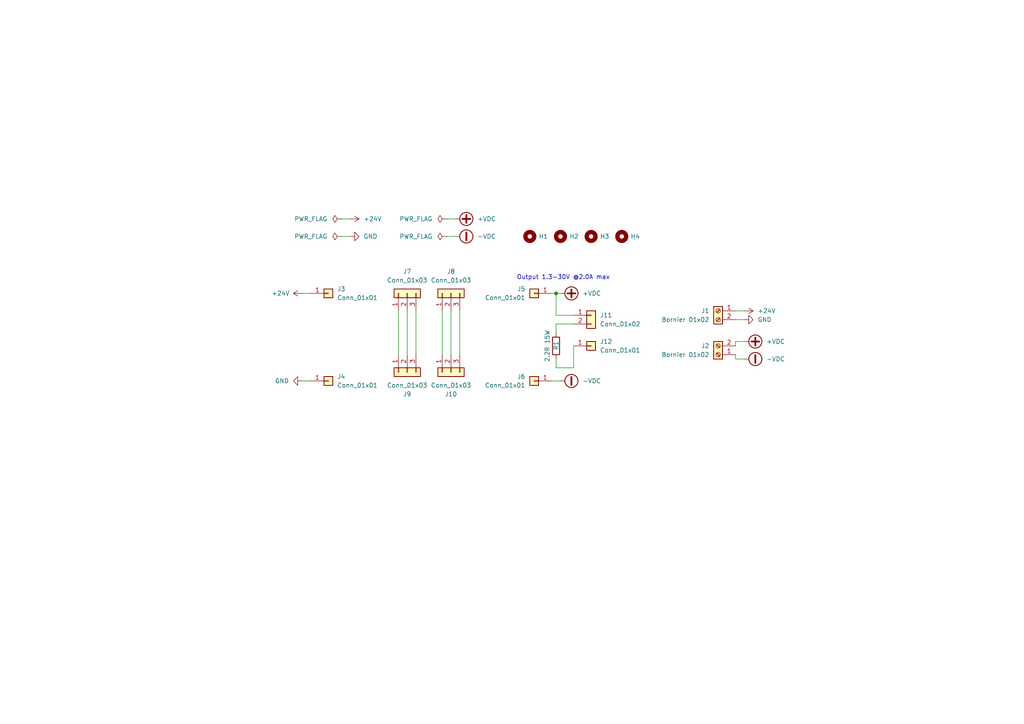
<source format=kicad_sch>
(kicad_sch (version 20211123) (generator eeschema)
  (paper "A4")
  (lib_symbols
    (symbol "Connector:Screw_Terminal_01x02" (pin_names (offset 1.016) hide)
      (property "Reference" "J" (at 0 2.54 0))
      (property "Value" "Screw_Terminal_01x02" (at 0 -5.08 0))
      (symbol "Screw_Terminal_01x02_1_1"
        (rectangle (start -1.27 1.27) (end 1.27 -3.81) (stroke (width 0.254)) (fill (type background)))
        (circle (center 0 -2.54) (radius 0.635) (stroke (width 0.1524)))
        (polyline (pts (xy -0.5334 -2.2098) (xy 0.3302 -3.048)) (stroke (width 0.1524)))
        (polyline (pts (xy -0.5334 0.3302) (xy 0.3302 -0.508)) (stroke (width 0.1524)))
        (polyline (pts (xy -0.3556 -2.032) (xy 0.508 -2.8702)) (stroke (width 0.1524)))
        (polyline (pts (xy -0.3556 0.508) (xy 0.508 -0.3302)) (stroke (width 0.1524)))
        (circle (center 0 0) (radius 0.635) (stroke (width 0.1524)))
        (pin passive line (at -5.08 0 0) (length 3.81) (name "Pin_1") (number "1"))
        (pin passive line (at -5.08 -2.54 0) (length 3.81) (name "Pin_2") (number "2"))
      )
    )
    (symbol "Connector_Generic:Conn_01x01" (pin_names (offset 1.016) hide)
      (property "Reference" "J" (at 0 2.54 0))
      (property "Value" "Conn_01x01" (at 0 -2.54 0))
      (symbol "Conn_01x01_1_1"
        (rectangle (start -1.27 0.127) (end 0 -0.127) (stroke (width 0.1524)))
        (rectangle (start -1.27 1.27) (end 1.27 -1.27) (stroke (width 0.254)) (fill (type background)))
        (pin passive line (at -5.08 0 0) (length 3.81) (name "Pin_1") (number "1"))
      )
    )
    (symbol "Connector_Generic:Conn_01x02" (pin_names (offset 1.016) hide)
      (property "Reference" "J" (at 0 2.54 0))
      (property "Value" "Conn_01x02" (at 0 -5.08 0))
      (symbol "Conn_01x02_1_1"
        (rectangle (start -1.27 -2.413) (end 0 -2.667) (stroke (width 0.1524)))
        (rectangle (start -1.27 0.127) (end 0 -0.127) (stroke (width 0.1524)))
        (rectangle (start -1.27 1.27) (end 1.27 -3.81) (stroke (width 0.254)) (fill (type background)))
        (pin passive line (at -5.08 0 0) (length 3.81) (name "Pin_1") (number "1"))
        (pin passive line (at -5.08 -2.54 0) (length 3.81) (name "Pin_2") (number "2"))
      )
    )
    (symbol "Connector_Generic:Conn_01x03" (pin_names (offset 1.016) hide)
      (property "Reference" "J" (at 0 5.08 0))
      (property "Value" "Conn_01x03" (at 0 -5.08 0))
      (symbol "Conn_01x03_1_1"
        (rectangle (start -1.27 -2.413) (end 0 -2.667) (stroke (width 0.1524)))
        (rectangle (start -1.27 0.127) (end 0 -0.127) (stroke (width 0.1524)))
        (rectangle (start -1.27 2.667) (end 0 2.413) (stroke (width 0.1524)))
        (rectangle (start -1.27 3.81) (end 1.27 -3.81) (stroke (width 0.254)) (fill (type background)))
        (pin passive line (at -5.08 2.54 0) (length 3.81) (name "Pin_1") (number "1"))
        (pin passive line (at -5.08 0 0) (length 3.81) (name "Pin_2") (number "2"))
        (pin passive line (at -5.08 -2.54 0) (length 3.81) (name "Pin_3") (number "3"))
      )
    )
    (symbol "Device:R" (pin_numbers hide) (pin_names (offset 0))
      (property "Reference" "R" (at 2.032 0 90))
      (property "Value" "R" (at 0 0 90))
      (symbol "R_0_1"
        (rectangle (start -1.016 -2.54) (end 1.016 2.54) (stroke (width 0.254)))
      )
      (symbol "R_1_1"
        (pin passive line (at 0 3.81 270) (length 1.27) (name "~") (number "1"))
        (pin passive line (at 0 -3.81 90) (length 1.27) (name "~") (number "2"))
      )
    )
    (symbol "Mechanical:MountingHole" (pin_names (offset 1.016))
      (property "Reference" "H" (at 0 5.08 0))
      (property "Value" "MountingHole" (at 0 3.175 0))
      (symbol "MountingHole_0_1"
        (circle (center 0 0) (radius 1.27) (stroke (width 1.27)))
      )
    )
    (symbol "power:+24V" (power) (pin_names (offset 0))
      (property "Value" "+24V" (at 0 3.556 0))
      (symbol "+24V_0_1"
        (polyline (pts (xy -0.762 1.27) (xy 0 2.54)))
        (polyline (pts (xy 0 0) (xy 0 2.54)))
        (polyline (pts (xy 0 2.54) (xy 0.762 1.27)))
      )
      (symbol "+24V_1_1"
        (pin power_in line (at 0 0 90) (length 0) hide (name "+24V") (number "1"))
      )
    )
    (symbol "power:+VDC" (power) (pin_names (offset 0))
      (property "Value" "+VDC" (at 0 6.35 0))
      (symbol "+VDC_0_1"
        (polyline (pts (xy -1.143 3.175) (xy 1.143 3.175)) (stroke (width 0.508)))
        (polyline (pts (xy 0 0) (xy 0 1.27)))
        (polyline (pts (xy 0 2.032) (xy 0 4.318)) (stroke (width 0.508)))
        (circle (center 0 3.175) (radius 1.905) (stroke (width 0.254)))
      )
      (symbol "+VDC_1_1"
        (pin power_in line (at 0 0 90) (length 0) hide (name "+VDC") (number "1"))
      )
    )
    (symbol "power:-VDC" (power) (pin_names (offset 0))
      (property "Value" "-VDC" (at 0 6.35 0))
      (symbol "-VDC_0_1"
        (polyline (pts (xy -1.143 3.175) (xy 1.143 3.175)) (stroke (width 0.508)))
        (polyline (pts (xy 0 0) (xy 0 1.27)))
        (circle (center 0 3.175) (radius 1.905) (stroke (width 0.254)))
      )
      (symbol "-VDC_1_1"
        (pin power_in line (at 0 0 90) (length 0) hide (name "-VDC") (number "1"))
      )
    )
    (symbol "power:GND" (power) (pin_names (offset 0))
      (property "Value" "GND" (at 0 -3.81 0))
      (symbol "GND_0_1"
        (polyline (pts (xy 0 0) (xy 0 -1.27) (xy 1.27 -1.27) (xy 0 -2.54) (xy -1.27 -1.27) (xy 0 -1.27)))
      )
      (symbol "GND_1_1"
        (pin power_in line (at 0 0 270) (length 0) hide (name "GND") (number "1"))
      )
    )
    (symbol "power:PWR_FLAG" (power) (pin_numbers hide) (pin_names (offset 0) hide)
      (property "Value" "PWR_FLAG" (at 0 3.81 0))
      (symbol "PWR_FLAG_0_0"
        (pin power_out line (at 0 0 90) (length 0) (name "pwr") (number "1"))
      )
      (symbol "PWR_FLAG_0_1"
        (polyline (pts (xy 0 0) (xy 0 1.27) (xy -1.016 1.905) (xy 0 2.54) (xy 1.016 1.905) (xy 0 1.27)))
      )
    )
  )
  (junction (at 161.29 85.09))
  (wire (pts (xy 215.9 104.14) (xy 213.36 104.14)))
  (wire (pts (xy 161.29 85.09) (xy 162.56 85.09)))
  (wire (pts (xy 166.37 106.68) (xy 166.37 100.33)))
  (wire (pts (xy 128.27 90.17) (xy 128.27 102.87)))
  (wire (pts (xy 161.29 93.98) (xy 161.29 96.52)))
  (wire (pts (xy 99.06 68.58) (xy 101.6 68.58)))
  (wire (pts (xy 213.36 92.71) (xy 215.9 92.71)))
  (wire (pts (xy 213.36 90.17) (xy 215.9 90.17)))
  (wire (pts (xy 161.29 85.09) (xy 161.29 91.44)))
  (wire (pts (xy 99.06 63.5) (xy 101.6 63.5)))
  (wire (pts (xy 133.35 90.17) (xy 133.35 102.87)))
  (wire (pts (xy 87.63 85.09) (xy 90.17 85.09)))
  (wire (pts (xy 213.36 102.87) (xy 213.36 104.14)))
  (wire (pts (xy 160.02 110.49) (xy 162.56 110.49)))
  (wire (pts (xy 129.54 63.5) (xy 132.08 63.5)))
  (wire (pts (xy 120.65 90.17) (xy 120.65 102.87)))
  (wire (pts (xy 213.36 99.06) (xy 213.36 100.33)))
  (wire (pts (xy 161.29 93.98) (xy 166.37 93.98)))
  (wire (pts (xy 161.29 106.68) (xy 166.37 106.68)))
  (wire (pts (xy 161.29 104.14) (xy 161.29 106.68)))
  (wire (pts (xy 129.54 68.58) (xy 132.08 68.58)))
  (wire (pts (xy 115.57 90.17) (xy 115.57 102.87)))
  (wire (pts (xy 215.9 99.06) (xy 213.36 99.06)))
  (wire (pts (xy 160.02 85.09) (xy 161.29 85.09)))
  (wire (pts (xy 130.81 90.17) (xy 130.81 102.87)))
  (wire (pts (xy 87.63 110.49) (xy 90.17 110.49)))
  (wire (pts (xy 161.29 91.44) (xy 166.37 91.44)))
  (wire (pts (xy 118.11 90.17) (xy 118.11 102.87)))
  (text "Output 1.3-30V @2.0A max" (at 149.86 81.28 0) (effects (font (size 1.27 1.27)) (justify left bottom)))
  (symbol (lib_id "Connector_Generic:Conn_01x03") (at 118.11 107.95 90) (mirror x) (unit 1)
    (property "Reference" "J9" (at 118.11 114.3 90))
    (property "Value" "Conn_01x03" (at 118.11 111.76 90))
    (property "Footprint" "Connector_Molex:Molex_KK-254_AE-6410-03A_1x03_P2.54mm_Vertical" (effects hide))
  )
  (symbol (lib_id "power:-VDC") (at 162.56 110.49 270) (unit 1)
    (property "Reference" "#PWR08" (effects hide))
    (property "Value" "-VDC" (at 168.91 110.4899 90) (effects (justify left)))
  )
  (symbol (lib_id "power:PWR_FLAG") (at 99.06 63.5 90) (unit 1)
    (property "Reference" "#FLG01" (effects hide))
    (property "Value" "PWR_FLAG" (at 90.17 63.5 90))
  )
  (symbol (lib_id "power:PWR_FLAG") (at 129.54 63.5 90) (unit 1)
    (property "Reference" "#FLG03" (effects hide))
    (property "Value" "PWR_FLAG" (at 120.65 63.5 90))
  )
  (symbol (lib_id "power:+VDC") (at 132.08 63.5 270) (mirror x) (unit 1)
    (property "Reference" "#PWR05" (effects hide))
    (property "Value" "+VDC" (at 138.43 63.4999 90) (effects (justify left)))
  )
  (symbol (lib_id "power:GND") (at 101.6 68.58 90) (unit 1)
    (property "Reference" "#PWR04" (effects hide))
    (property "Value" "GND" (at 105.41 68.58 90) (effects (justify right)))
  )
  (symbol (lib_id "Connector_Generic:Conn_01x03") (at 118.11 85.09 90) (unit 1)
    (property "Reference" "J7" (at 118.11 78.74 90))
    (property "Value" "Conn_01x03" (at 118.11 81.28 90))
    (property "Footprint" "Connector_PinHeader_2.54mm:PinHeader_1x03_P2.54mm_Vertical" (effects hide))
  )
  (symbol (lib_id "power:PWR_FLAG") (at 129.54 68.58 90) (unit 1)
    (property "Reference" "#FLG04" (effects hide))
    (property "Value" "PWR_FLAG" (at 120.65 68.58 90))
  )
  (symbol (lib_id "Connector_Generic:Conn_01x03") (at 130.81 85.09 90) (unit 1)
    (property "Reference" "J8" (at 130.81 78.74 90))
    (property "Value" "Conn_01x03" (at 130.81 81.28 90))
    (property "Footprint" "Connector_PinHeader_2.54mm:PinHeader_1x03_P2.54mm_Vertical" (effects hide))
  )
  (symbol (lib_id "power:+24V") (at 87.63 85.09 90) (unit 1)
    (property "Reference" "#PWR01" (effects hide))
    (property "Value" "+24V" (at 78.74 85.09 90) (effects (justify right)))
  )
  (symbol (lib_id "power:-VDC") (at 215.9 104.14 270) (unit 1)
    (property "Reference" "#PWR0104" (effects hide))
    (property "Value" "-VDC" (at 222.25 104.1399 90) (effects (justify left)))
  )
  (symbol (lib_id "power:PWR_FLAG") (at 99.06 68.58 90) (unit 1)
    (property "Reference" "#FLG02" (effects hide))
    (property "Value" "PWR_FLAG" (at 90.17 68.58 90))
  )
  (symbol (lib_id "power:GND") (at 215.9 92.71 90) (unit 1)
    (property "Reference" "#PWR0101" (effects hide))
    (property "Value" "GND" (at 219.71 92.71 90) (effects (justify right)))
  )
  (symbol (lib_id "Mechanical:MountingHole") (at 180.34 68.58 0) (unit 1)
    (property "Reference" "H4" (at 182.88 68.58 0) (effects (justify left)))
    (property "Value" "MountingHole" (effects hide))
    (property "Footprint" "MountingHole:MountingHole_2.1mm" (effects hide))
  )
  (symbol (lib_id "Connector_Generic:Conn_01x01") (at 95.25 110.49 0) (unit 1)
    (property "Reference" "J4" (at 97.79 109.2199 0) (effects (justify left)))
    (property "Value" "Conn_01x01" (at 97.79 111.7599 0) (effects (justify left)))
    (property "Footprint" "Connector_PinHeader_2.54mm:PinHeader_1x01_P2.54mm_Vertical" (effects hide))
  )
  (symbol (lib_id "Device:R") (at 161.29 100.33 0) (unit 1)
    (property "Reference" "R1" (at 161.29 101.6 90) (effects (justify left)))
    (property "Value" "2.2R 15W" (at 158.75 100.33 90))
    (property "Footprint" "Resistor_THT:R_Axial_Power_L48.0mm_W12.5mm_P55.88mm" (effects hide))
  )
  (symbol (lib_id "Connector_Generic:Conn_01x02") (at 171.45 91.44 0) (unit 1)
    (property "Reference" "J11" (at 173.99 91.4399 0) (effects (justify left)))
    (property "Value" "Conn_01x02" (at 173.99 93.9799 0) (effects (justify left)))
    (property "Footprint" "Connector_PinHeader_2.54mm:PinHeader_1x02_P2.54mm_Vertical" (effects hide))
  )
  (symbol (lib_id "Connector_Generic:Conn_01x01") (at 95.25 85.09 0) (unit 1)
    (property "Reference" "J3" (at 97.79 83.8199 0) (effects (justify left)))
    (property "Value" "Conn_01x01" (at 97.79 86.3599 0) (effects (justify left)))
    (property "Footprint" "Connector_PinHeader_2.54mm:PinHeader_1x01_P2.54mm_Vertical" (effects hide))
  )
  (symbol (lib_id "Mechanical:MountingHole") (at 162.56 68.58 0) (unit 1)
    (property "Reference" "H2" (at 165.1 68.58 0) (effects (justify left)))
    (property "Value" "MountingHole" (effects hide))
    (property "Footprint" "MountingHole:MountingHole_2.1mm" (effects hide))
  )
  (symbol (lib_id "Connector_Generic:Conn_01x01") (at 154.94 110.49 180) (unit 1)
    (property "Reference" "J6" (at 152.4 109.22 0) (effects (justify left)))
    (property "Value" "Conn_01x01" (at 152.4 111.76 0) (effects (justify left)))
    (property "Footprint" "Connector_PinHeader_2.54mm:PinHeader_1x01_P2.54mm_Vertical" (effects hide))
  )
  (symbol (lib_id "Mechanical:MountingHole") (at 171.45 68.58 0) (unit 1)
    (property "Reference" "H3" (at 173.99 68.58 0) (effects (justify left)))
    (property "Value" "MountingHole" (effects hide))
    (property "Footprint" "MountingHole:MountingHole_2.1mm" (effects hide))
  )
  (symbol (lib_id "Connector_Generic:Conn_01x03") (at 130.81 107.95 90) (mirror x) (unit 1)
    (property "Reference" "J10" (at 130.81 114.3 90))
    (property "Value" "Conn_01x03" (at 130.81 111.76 90))
    (property "Footprint" "Connector_Molex:Molex_KK-254_AE-6410-03A_1x03_P2.54mm_Vertical" (effects hide))
  )
  (symbol (lib_id "power:-VDC") (at 132.08 68.58 270) (unit 1)
    (property "Reference" "#PWR06" (effects hide))
    (property "Value" "-VDC" (at 138.43 68.5799 90) (effects (justify left)))
  )
  (symbol (lib_id "power:+24V") (at 101.6 63.5 270) (unit 1)
    (property "Reference" "#PWR03" (effects hide))
    (property "Value" "+24V" (at 105.41 63.4999 90) (effects (justify left)))
  )
  (symbol (lib_id "Mechanical:MountingHole") (at 153.67 68.58 0) (unit 1)
    (property "Reference" "H1" (at 156.21 68.58 0) (effects (justify left)))
    (property "Value" "MountingHole" (effects hide))
    (property "Footprint" "MountingHole:MountingHole_2.1mm" (effects hide))
  )
  (symbol (lib_id "Connector:Screw_Terminal_01x02") (at 208.28 102.87 180) (unit 1)
    (property "Reference" "J2" (at 205.74 100.33 0) (effects (justify left)))
    (property "Value" "Bornier 01x02" (at 205.74 102.87 0) (effects (justify left)))
    (property "Footprint" "TerminalBlock:TerminalBlock_bornier-2_P5.08mm" (effects hide))
  )
  (symbol (lib_id "power:+VDC") (at 215.9 99.06 270) (mirror x) (unit 1)
    (property "Reference" "#PWR0102" (effects hide))
    (property "Value" "+VDC" (at 222.25 99.0599 90) (effects (justify left)))
  )
  (symbol (lib_id "Connector_Generic:Conn_01x01") (at 171.45 100.33 0) (unit 1)
    (property "Reference" "J12" (at 173.99 99.06 0) (effects (justify left)))
    (property "Value" "Conn_01x01" (at 173.99 101.6 0) (effects (justify left)))
    (property "Footprint" "Connector_PinHeader_2.54mm:PinHeader_1x01_P2.54mm_Vertical" (effects hide))
  )
  (symbol (lib_id "Connector_Generic:Conn_01x01") (at 154.94 85.09 180) (unit 1)
    (property "Reference" "J5" (at 152.4 83.82 0) (effects (justify left)))
    (property "Value" "Conn_01x01" (at 152.4 86.36 0) (effects (justify left)))
    (property "Footprint" "Connector_PinHeader_2.54mm:PinHeader_1x01_P2.54mm_Vertical" (effects hide))
  )
  (symbol (lib_id "Connector:Screw_Terminal_01x02") (at 208.28 90.17 0) (mirror y) (unit 1)
    (property "Reference" "J1" (at 205.74 90.1699 0) (effects (justify left)))
    (property "Value" "Bornier 01x02" (at 205.74 92.7099 0) (effects (justify left)))
    (property "Footprint" "TerminalBlock:TerminalBlock_bornier-2_P5.08mm" (effects hide))
  )
  (symbol (lib_id "power:GND") (at 87.63 110.49 270) (unit 1)
    (property "Reference" "#PWR02" (effects hide))
    (property "Value" "GND" (at 83.82 110.49 90) (effects (justify right)))
  )
  (symbol (lib_id "power:+VDC") (at 162.56 85.09 270) (mirror x) (unit 1)
    (property "Reference" "#PWR07" (effects hide))
    (property "Value" "+VDC" (at 168.91 85.0899 90) (effects (justify left)))
  )
  (symbol (lib_id "power:+24V") (at 215.9 90.17 270) (unit 1)
    (property "Reference" "#PWR0103" (effects hide))
    (property "Value" "+24V" (at 219.71 90.1699 90) (effects (justify left)))
  )
)
</source>
